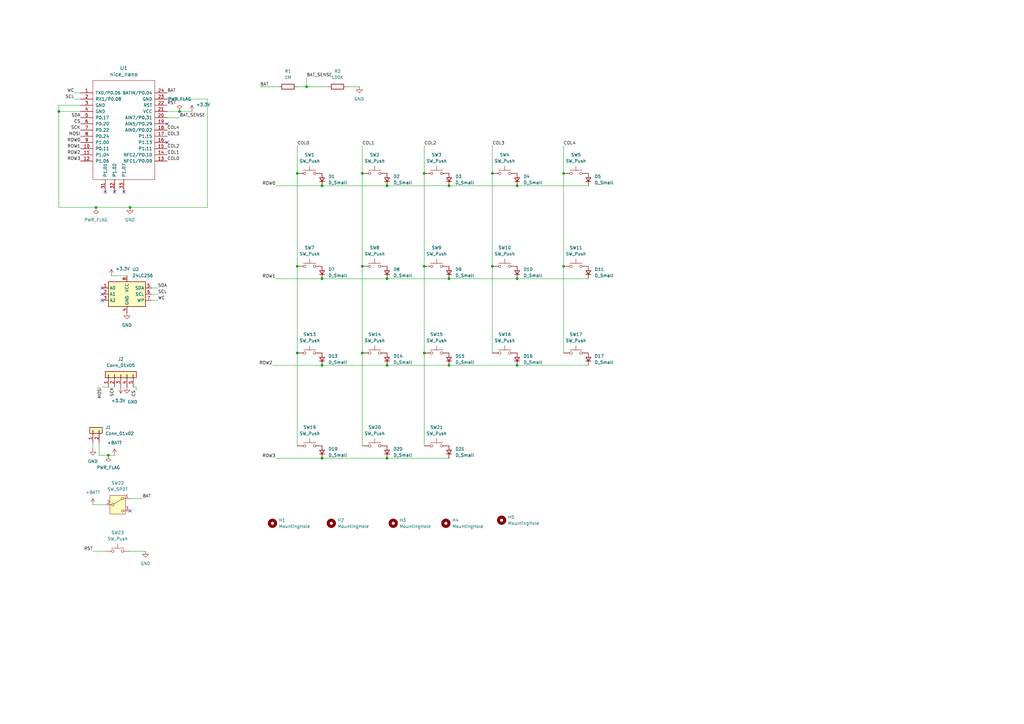
<source format=kicad_sch>
(kicad_sch (version 20231120) (generator "eeschema") (generator_version "8.0")
  (paper "A3")
  (lib_symbols
    (symbol "Connector_Generic:Conn_01x02" (pin_names (offset 1.016) hide)
      (property "Reference" "J" (at 0 2.54 0))
      (property "Value" "Conn_01x02" (at 0 -5.08 0))
      (symbol "Conn_01x02_1_1"
        (rectangle (start -1.27 -2.413) (end 0 -2.667) (stroke (width 0.1524)))
        (rectangle (start -1.27 0.127) (end 0 -0.127) (stroke (width 0.1524)))
        (rectangle (start -1.27 1.27) (end 1.27 -3.81) (stroke (width 0.254)) (fill (type background)))
        (pin passive line (at -5.08 0 0) (length 3.81) (name "Pin_1") (number "1"))
        (pin passive line (at -5.08 -2.54 0) (length 3.81) (name "Pin_2") (number "2"))
      )
    )
    (symbol "Connector_Generic:Conn_01x05" (pin_names (offset 1.016) hide)
      (property "Reference" "J" (at 0 7.62 0))
      (property "Value" "Conn_01x05" (at 0 -7.62 0))
      (symbol "Conn_01x05_1_1"
        (rectangle (start -1.27 -4.953) (end 0 -5.207) (stroke (width 0.1524)))
        (rectangle (start -1.27 -2.413) (end 0 -2.667) (stroke (width 0.1524)))
        (rectangle (start -1.27 0.127) (end 0 -0.127) (stroke (width 0.1524)))
        (rectangle (start -1.27 2.667) (end 0 2.413) (stroke (width 0.1524)))
        (rectangle (start -1.27 5.207) (end 0 4.953) (stroke (width 0.1524)))
        (rectangle (start -1.27 6.35) (end 1.27 -6.35) (stroke (width 0.254)) (fill (type background)))
        (pin passive line (at -5.08 5.08 0) (length 3.81) (name "Pin_1") (number "1"))
        (pin passive line (at -5.08 2.54 0) (length 3.81) (name "Pin_2") (number "2"))
        (pin passive line (at -5.08 0 0) (length 3.81) (name "Pin_3") (number "3"))
        (pin passive line (at -5.08 -2.54 0) (length 3.81) (name "Pin_4") (number "4"))
        (pin passive line (at -5.08 -5.08 0) (length 3.81) (name "Pin_5") (number "5"))
      )
    )
    (symbol "Device:D_Small" (pin_numbers hide) (pin_names (offset 0.254) hide)
      (property "Reference" "D" (at -1.27 2.032 0))
      (property "Value" "D_Small" (at -3.81 -2.032 0))
      (symbol "D_Small_0_1"
        (polyline (pts (xy -0.762 -1.016) (xy -0.762 1.016)) (stroke (width 0.254)))
        (polyline (pts (xy -0.762 0) (xy 0.762 0)))
        (polyline (pts (xy 0.762 -1.016) (xy -0.762 0) (xy 0.762 1.016) (xy 0.762 -1.016)) (stroke (width 0.254)))
      )
      (symbol "D_Small_1_1"
        (pin passive line (at -2.54 0 0) (length 1.778) (name "K") (number "1"))
        (pin passive line (at 2.54 0 180) (length 1.778) (name "A") (number "2"))
      )
    )
    (symbol "Device:R" (pin_numbers hide) (pin_names (offset 0))
      (property "Reference" "R" (at 2.032 0 90))
      (property "Value" "R" (at 0 0 90))
      (symbol "R_0_1"
        (rectangle (start -1.016 -2.54) (end 1.016 2.54) (stroke (width 0.254)))
      )
      (symbol "R_1_1"
        (pin passive line (at 0 3.81 270) (length 1.27) (name "~") (number "1"))
        (pin passive line (at 0 -3.81 90) (length 1.27) (name "~") (number "2"))
      )
    )
    (symbol "Mechanical:MountingHole" (pin_names (offset 1.016)) (exclude_from_sim yes) (in_bom no)
      (property "Reference" "H" (at 0 5.08 0))
      (property "Value" "MountingHole" (at 0 3.175 0))
      (symbol "MountingHole_0_1"
        (circle (center 0 0) (radius 1.27) (stroke (width 1.27)))
      )
    )
    (symbol "Memory_EEPROM:24LC256"
      (property "Reference" "U" (at -6.35 6.35 0))
      (property "Value" "24LC256" (at 1.27 6.35 0))
      (symbol "24LC256_1_1"
        (rectangle (start -7.62 5.08) (end 7.62 -5.08) (stroke (width 0.254)) (fill (type background)))
        (pin input line (at -10.16 2.54 0) (length 2.54) (name "A0") (number "1"))
        (pin input line (at -10.16 0 0) (length 2.54) (name "A1") (number "2"))
        (pin input line (at -10.16 -2.54 0) (length 2.54) (name "A2") (number "3"))
        (pin power_in line (at 0 -7.62 90) (length 2.54) (name "GND") (number "4"))
        (pin bidirectional line (at 10.16 2.54 180) (length 2.54) (name "SDA") (number "5"))
        (pin input line (at 10.16 0 180) (length 2.54) (name "SCL") (number "6"))
        (pin input line (at 10.16 -2.54 180) (length 2.54) (name "WP") (number "7"))
        (pin power_in line (at 0 7.62 270) (length 2.54) (name "VCC") (number "8"))
      )
    )
    (symbol "Switch:SW_Push" (pin_numbers hide) (pin_names (offset 1.016) hide)
      (property "Reference" "SW" (at 1.27 2.54 0))
      (property "Value" "SW_Push" (at 0 -1.524 0))
      (symbol "SW_Push_0_1"
        (circle (center -2.032 0) (radius 0.508))
        (polyline (pts (xy 0 1.27) (xy 0 3.048)))
        (polyline (pts (xy 2.54 1.27) (xy -2.54 1.27)))
        (circle (center 2.032 0) (radius 0.508))
        (pin passive line (at -5.08 0 0) (length 2.54) (name "1") (number "1"))
        (pin passive line (at 5.08 0 180) (length 2.54) (name "2") (number "2"))
      )
    )
    (symbol "Switch:SW_SPDT" (pin_names (offset 0) hide)
      (property "Reference" "SW" (at 0 5.08 0))
      (property "Value" "SW_SPDT" (at 0 -5.08 0))
      (symbol "SW_SPDT_0_1"
        (circle (center -2.032 0) (radius 0.4572))
        (polyline (pts (xy -1.651 0.254) (xy 1.651 2.286)))
        (circle (center 2.032 -2.54) (radius 0.4572))
        (circle (center 2.032 2.54) (radius 0.4572))
      )
      (symbol "SW_SPDT_1_1"
        (rectangle (start -3.175 3.81) (end 3.175 -3.81) (fill (type background)))
        (pin passive line (at 5.08 2.54 180) (length 2.54) (name "A") (number "1"))
        (pin passive line (at -5.08 0 0) (length 2.54) (name "B") (number "2"))
        (pin passive line (at 5.08 -2.54 180) (length 2.54) (name "C") (number "3"))
      )
    )
    (symbol "controller:nice_nano" (pin_names (offset 1.016))
      (property "Reference" "U" (at 0 0 0))
      (property "Value" "nice_nano" (at 0 2.54 0))
      (symbol "nice_nano_0_1"
        (rectangle (start -12.7 -21.59) (end 12.7 19.05))
      )
      (symbol "nice_nano_1_1"
        (pin output line (at -17.78 13.97 0) (length 5.08) (name "TX0/P0.06") (number "1"))
        (pin bidirectional line (at -17.78 -8.89 0) (length 5.08) (name "P0.11") (number "10"))
        (pin bidirectional line (at -17.78 -11.43 0) (length 5.08) (name "P1.04") (number "11"))
        (pin bidirectional line (at -17.78 -13.97 0) (length 5.08) (name "P1.06") (number "12"))
        (pin bidirectional line (at 17.78 -13.97 180) (length 5.08) (name "NFC1/P0.09") (number "13"))
        (pin bidirectional line (at 17.78 -11.43 180) (length 5.08) (name "NFC2/P0.10") (number "14"))
        (pin bidirectional line (at 17.78 -8.89 180) (length 5.08) (name "P1.11") (number "15"))
        (pin bidirectional line (at 17.78 -6.35 180) (length 5.08) (name "P1.13") (number "16"))
        (pin input line (at 17.78 -3.81 180) (length 5.08) (name "P1.15") (number "17"))
        (pin input line (at 17.78 -1.27 180) (length 5.08) (name "AIN0/P0.02") (number "18"))
        (pin input line (at 17.78 1.27 180) (length 5.08) (name "AIN5/P0.29") (number "19"))
        (pin bidirectional line (at -17.78 11.43 0) (length 5.08) (name "RX1/P0.08") (number "2"))
        (pin passive line (at 17.78 3.81 180) (length 5.08) (name "AIN7/P0.31") (number "20"))
        (pin passive line (at 17.78 6.35 180) (length 5.08) (name "VCC") (number "21"))
        (pin input line (at 17.78 8.89 180) (length 5.08) (name "RST") (number "22"))
        (pin input line (at 17.78 11.43 180) (length 5.08) (name "GND") (number "23"))
        (pin input line (at 17.78 13.97 180) (length 5.08) (name "BATIN/P0.04") (number "24"))
        (pin input line (at -17.78 8.89 0) (length 5.08) (name "GND") (number "3"))
        (pin input line (at -7.62 -26.67 90) (length 5.08) (name "P1.01") (number "31"))
        (pin input line (at -3.81 -26.67 90) (length 5.08) (name "P1.02") (number "32"))
        (pin input line (at 0 -26.67 90) (length 5.08) (name "P1.07") (number "33"))
        (pin input line (at -17.78 6.35 0) (length 5.08) (name "GND") (number "4"))
        (pin passive line (at -17.78 3.81 0) (length 5.08) (name "P0.17") (number "5"))
        (pin bidirectional line (at -17.78 1.27 0) (length 5.08) (name "P0.20") (number "6"))
        (pin bidirectional line (at -17.78 -1.27 0) (length 5.08) (name "P0.22") (number "7"))
        (pin bidirectional line (at -17.78 -3.81 0) (length 5.08) (name "P0.24") (number "8"))
        (pin bidirectional line (at -17.78 -6.35 0) (length 5.08) (name "P1.00") (number "9"))
      )
    )
    (symbol "power:+3.3V" (power) (pin_numbers hide) (pin_names (offset 0) hide)
      (property "Value" "+3.3V" (at 0 3.556 0))
      (symbol "+3.3V_0_1"
        (polyline (pts (xy -0.762 1.27) (xy 0 2.54)))
        (polyline (pts (xy 0 0) (xy 0 2.54)))
        (polyline (pts (xy 0 2.54) (xy 0.762 1.27)))
      )
      (symbol "+3.3V_1_1"
        (pin power_in line (at 0 0 90) (length 0) (name "~") (number "1"))
      )
    )
    (symbol "power:+BATT" (power) (pin_numbers hide) (pin_names (offset 0) hide)
      (property "Value" "+BATT" (at 0 3.556 0))
      (symbol "+BATT_0_1"
        (polyline (pts (xy -0.762 1.27) (xy 0 2.54)))
        (polyline (pts (xy 0 0) (xy 0 2.54)))
        (polyline (pts (xy 0 2.54) (xy 0.762 1.27)))
      )
      (symbol "+BATT_1_1"
        (pin power_in line (at 0 0 90) (length 0) (name "~") (number "1"))
      )
    )
    (symbol "power:GND" (power) (pin_numbers hide) (pin_names (offset 0) hide)
      (property "Value" "GND" (at 0 -3.81 0))
      (symbol "GND_0_1"
        (polyline (pts (xy 0 0) (xy 0 -1.27) (xy 1.27 -1.27) (xy 0 -2.54) (xy -1.27 -1.27) (xy 0 -1.27)))
      )
      (symbol "GND_1_1"
        (pin power_in line (at 0 0 270) (length 0) (name "~") (number "1"))
      )
    )
    (symbol "power:PWR_FLAG" (power) (pin_numbers hide) (pin_names (offset 0) hide)
      (property "Value" "PWR_FLAG" (at 0 3.81 0))
      (symbol "PWR_FLAG_0_0"
        (pin power_out line (at 0 0 90) (length 0) (name "~") (number "1"))
      )
      (symbol "PWR_FLAG_0_1"
        (polyline (pts (xy 0 0) (xy 0 1.27) (xy -1.016 1.905) (xy 0 2.54) (xy 1.016 1.905) (xy 0 1.27)))
      )
    )
  )
  (junction (at 231.14 71.12))
  (junction (at 148.59 71.12))
  (junction (at 184.15 114.3))
  (junction (at 121.92 144.78))
  (junction (at 173.99 109.22))
  (junction (at 148.59 109.22))
  (junction (at 39.37 85.09))
  (junction (at 53.34 85.09))
  (junction (at 173.99 144.78))
  (junction (at 184.15 76.2))
  (junction (at 132.08 187.96))
  (junction (at 212.09 114.3))
  (junction (at 44.45 186.69))
  (junction (at 132.08 76.2))
  (junction (at 201.93 71.12))
  (junction (at 173.99 71.12))
  (junction (at 132.08 149.86))
  (junction (at 201.93 109.22))
  (junction (at 121.92 71.12))
  (junction (at 158.75 76.2))
  (junction (at 212.09 149.86))
  (junction (at 125.73 35.56))
  (junction (at 212.09 76.2))
  (junction (at 148.59 144.78))
  (junction (at 73.66 45.72))
  (junction (at 158.75 149.86))
  (junction (at 132.08 114.3))
  (junction (at 24.13 45.72))
  (junction (at 231.14 109.22))
  (junction (at 158.75 114.3))
  (junction (at 184.15 149.86))
  (junction (at 158.75 187.96))
  (junction (at 121.92 109.22))
  (no_connect (at 41.91 118.11))
  (no_connect (at 53.34 209.55))
  (no_connect (at 46.99 78.74))
  (no_connect (at 50.8 78.74))
  (no_connect (at 68.58 58.42))
  (no_connect (at 68.58 50.8))
  (no_connect (at 43.18 78.74))
  (no_connect (at 41.91 123.19))
  (no_connect (at 41.91 120.65))
  (wire (pts (xy 148.59 109.22) (xy 148.59 144.78)))
  (wire (pts (xy 121.92 109.22) (xy 121.92 144.78)))
  (wire (pts (xy 173.99 144.78) (xy 173.99 182.88)))
  (wire (pts (xy 38.1 181.61) (xy 38.1 184.15)))
  (wire (pts (xy 125.73 31.75) (xy 125.73 35.56)))
  (wire (pts (xy 68.58 40.64) (xy 85.09 40.64)))
  (wire (pts (xy 184.15 149.86) (xy 212.09 149.86)))
  (wire (pts (xy 30.48 38.1) (xy 33.02 38.1)))
  (wire (pts (xy 231.14 109.22) (xy 231.14 144.78)))
  (wire (pts (xy 231.14 59.69) (xy 231.14 71.12)))
  (wire (pts (xy 55.88 160.02) (xy 55.88 158.75)))
  (wire (pts (xy 58.42 204.47) (xy 53.34 204.47)))
  (wire (pts (xy 121.92 144.78) (xy 121.92 182.88)))
  (wire (pts (xy 85.09 40.64) (xy 85.09 85.09)))
  (wire (pts (xy 158.75 114.3) (xy 184.15 114.3)))
  (wire (pts (xy 24.13 45.72) (xy 24.13 85.09)))
  (wire (pts (xy 24.13 85.09) (xy 39.37 85.09)))
  (wire (pts (xy 212.09 149.86) (xy 241.3 149.86)))
  (wire (pts (xy 39.37 85.09) (xy 53.34 85.09)))
  (wire (pts (xy 201.93 59.69) (xy 201.93 71.12)))
  (wire (pts (xy 184.15 76.2) (xy 212.09 76.2)))
  (wire (pts (xy 38.1 226.06) (xy 43.18 226.06)))
  (wire (pts (xy 132.08 187.96) (xy 158.75 187.96)))
  (wire (pts (xy 212.09 76.2) (xy 241.3 76.2)))
  (wire (pts (xy 113.03 76.2) (xy 132.08 76.2)))
  (wire (pts (xy 173.99 59.69) (xy 173.99 71.12)))
  (wire (pts (xy 64.77 118.11) (xy 62.23 118.11)))
  (wire (pts (xy 44.45 186.69) (xy 46.99 186.69)))
  (wire (pts (xy 113.03 187.96) (xy 132.08 187.96)))
  (wire (pts (xy 132.08 76.2) (xy 158.75 76.2)))
  (wire (pts (xy 64.77 123.19) (xy 62.23 123.19)))
  (wire (pts (xy 53.34 85.09) (xy 85.09 85.09)))
  (wire (pts (xy 40.64 181.61) (xy 40.64 186.69)))
  (wire (pts (xy 55.88 158.75) (xy 54.61 158.75)))
  (wire (pts (xy 212.09 114.3) (xy 241.3 114.3)))
  (wire (pts (xy 148.59 71.12) (xy 148.59 109.22)))
  (wire (pts (xy 121.92 59.69) (xy 121.92 71.12)))
  (wire (pts (xy 68.58 48.26) (xy 73.66 48.26)))
  (wire (pts (xy 158.75 187.96) (xy 184.15 187.96)))
  (wire (pts (xy 64.77 120.65) (xy 62.23 120.65)))
  (wire (pts (xy 125.73 35.56) (xy 134.62 35.56)))
  (wire (pts (xy 184.15 114.3) (xy 212.09 114.3)))
  (wire (pts (xy 132.08 114.3) (xy 158.75 114.3)))
  (wire (pts (xy 24.13 45.72) (xy 33.02 45.72)))
  (wire (pts (xy 173.99 109.22) (xy 173.99 144.78)))
  (wire (pts (xy 201.93 71.12) (xy 201.93 109.22)))
  (wire (pts (xy 121.92 35.56) (xy 125.73 35.56)))
  (wire (pts (xy 111.76 149.86) (xy 132.08 149.86)))
  (wire (pts (xy 30.48 40.64) (xy 33.02 40.64)))
  (wire (pts (xy 142.24 35.56) (xy 147.32 35.56)))
  (wire (pts (xy 73.66 45.72) (xy 78.74 45.72)))
  (wire (pts (xy 45.72 113.03) (xy 52.07 113.03)))
  (wire (pts (xy 148.59 144.78) (xy 148.59 182.88)))
  (wire (pts (xy 173.99 71.12) (xy 173.99 109.22)))
  (wire (pts (xy 158.75 76.2) (xy 184.15 76.2)))
  (wire (pts (xy 41.91 158.75) (xy 44.45 158.75)))
  (wire (pts (xy 53.34 226.06) (xy 59.69 226.06)))
  (wire (pts (xy 38.1 207.01) (xy 43.18 207.01)))
  (wire (pts (xy 121.92 71.12) (xy 121.92 109.22)))
  (wire (pts (xy 113.03 114.3) (xy 132.08 114.3)))
  (wire (pts (xy 201.93 109.22) (xy 201.93 144.78)))
  (wire (pts (xy 132.08 149.86) (xy 158.75 149.86)))
  (wire (pts (xy 68.58 45.72) (xy 73.66 45.72)))
  (wire (pts (xy 24.13 43.18) (xy 33.02 43.18)))
  (wire (pts (xy 40.64 186.69) (xy 44.45 186.69)))
  (wire (pts (xy 106.68 35.56) (xy 114.3 35.56)))
  (wire (pts (xy 231.14 71.12) (xy 231.14 109.22)))
  (wire (pts (xy 24.13 43.18) (xy 24.13 45.72)))
  (wire (pts (xy 158.75 149.86) (xy 184.15 149.86)))
  (wire (pts (xy 148.59 59.69) (xy 148.59 71.12)))
  (label "COL4" (at 68.58 53.34 0))
  (label "BAT_SENSE" (at 125.73 31.75 0))
  (label "COL0" (at 121.92 59.69 0))
  (label "SCL" (at 30.48 40.64 180))
  (label "ROW1" (at 33.02 60.96 180))
  (label "COL0" (at 68.58 66.04 0))
  (label "BAT_SENSE" (at 73.66 48.26 0))
  (label "COL4" (at 231.14 59.69 0))
  (label "CS" (at 33.02 50.8 180))
  (label "ROW3" (at 113.03 187.96 180))
  (label "MOSI" (at 33.02 55.88 180))
  (label "ROW0" (at 33.02 58.42 180))
  (label "COL1" (at 148.59 59.69 0))
  (label "COL3" (at 201.93 59.69 0))
  (label "WC" (at 64.77 123.19 0))
  (label "SCK" (at 46.99 158.75 270))
  (label "CS" (at 55.88 160.02 270))
  (label "COL2" (at 68.58 60.96 0))
  (label "SCK" (at 33.02 53.34 180))
  (label "ROW0" (at 113.03 76.2 180))
  (label "SDA" (at 33.02 48.26 180))
  (label "BAT" (at 68.58 38.1 0))
  (label "ROW2" (at 33.02 63.5 180))
  (label "SDA" (at 64.77 118.11 0))
  (label "BAT" (at 58.42 204.47 0))
  (label "COL1" (at 68.58 63.5 0))
  (label "ROW1" (at 113.03 114.3 180))
  (label "WC" (at 30.48 38.1 180))
  (label "RST" (at 68.58 43.18 0))
  (label "SCL" (at 64.77 120.65 0))
  (label "MOSI" (at 41.91 158.75 270))
  (label "COL3" (at 68.58 55.88 0))
  (label "RST" (at 38.1 226.06 180))
  (label "ROW3" (at 33.02 66.04 180))
  (label "ROW2" (at 111.76 149.86 180))
  (label "BAT" (at 106.68 35.56 0))
  (label "COL2" (at 173.99 59.69 0))
  (symbol (lib_id "Connector_Generic:Conn_01x02") (at 38.1 176.53 90) (unit 1)
    (property "Reference" "J1" (at 43.18 175.2599 90) (effects (justify right)))
    (property "Value" "Conn_01x02" (at 43.18 177.7999 90) (effects (justify right)))
    (property "Footprint" "Connector_JST:JST_PH_S2B-PH-K_1x02_P2.00mm_Horizontal" (effects (hide yes)))
    (property "Description" "Generic connector, single row, 01x02, script generated (kicad-library-utils/schlib/autogen/connector/)" (effects (hide yes)))
  )
  (symbol (lib_id "power:PWR_FLAG") (at 73.66 45.72 0) (unit 1)
    (property "Reference" "#FLG03" (effects (hide yes)))
    (property "Value" "PWR_FLAG" (at 73.66 40.64 0))
    (property "Description" "Special symbol for telling ERC where power comes from" (effects (hide yes)))
  )
  (symbol (lib_id "Switch:SW_SPDT") (at 48.26 207.01 0) (unit 1)
    (property "Reference" "SW22" (at 48.26 198.12 0))
    (property "Value" "SW_SPDT" (at 48.26 200.66 0))
    (property "Footprint" "Button_Switch_SMD:SW_SPDT_PCM12" (effects (hide yes)))
    (property "Description" "Switch, single pole double throw" (effects (hide yes)))
  )
  (symbol (lib_id "Device:D_Small") (at 158.75 73.66 90) (unit 1)
    (property "Reference" "D2" (at 161.29 72.3899 90) (effects (justify right)))
    (property "Value" "D_Small" (at 161.29 74.9299 90) (effects (justify right)))
    (property "Footprint" "Diode_SMD:D_SOD-123" (effects (hide yes)))
    (property "Description" "Diode, small symbol" (effects (hide yes)))
    (property "Sim.Device" "D" (effects (hide yes)))
    (property "Sim.Pins" "1=K 2=A" (effects (hide yes)))
  )
  (symbol (lib_id "Device:D_Small") (at 158.75 111.76 90) (unit 1)
    (property "Reference" "D8" (at 161.29 110.4899 90) (effects (justify right)))
    (property "Value" "D_Small" (at 161.29 113.0299 90) (effects (justify right)))
    (property "Footprint" "Diode_SMD:D_SOD-123" (effects (hide yes)))
    (property "Description" "Diode, small symbol" (effects (hide yes)))
    (property "Sim.Device" "D" (effects (hide yes)))
    (property "Sim.Pins" "1=K 2=A" (effects (hide yes)))
  )
  (symbol (lib_id "Device:D_Small") (at 184.15 147.32 90) (unit 1)
    (property "Reference" "D15" (at 186.69 146.0499 90) (effects (justify right)))
    (property "Value" "D_Small" (at 186.69 148.5899 90) (effects (justify right)))
    (property "Footprint" "Diode_SMD:D_SOD-123" (effects (hide yes)))
    (property "Description" "Diode, small symbol" (effects (hide yes)))
    (property "Sim.Device" "D" (effects (hide yes)))
    (property "Sim.Pins" "1=K 2=A" (effects (hide yes)))
  )
  (symbol (lib_id "Device:D_Small") (at 132.08 73.66 90) (unit 1)
    (property "Reference" "D1" (at 134.62 72.3899 90) (effects (justify right)))
    (property "Value" "D_Small" (at 134.62 74.9299 90) (effects (justify right)))
    (property "Footprint" "Diode_SMD:D_SOD-123" (effects (hide yes)))
    (property "Description" "Diode, small symbol" (effects (hide yes)))
    (property "Sim.Device" "D" (effects (hide yes)))
    (property "Sim.Pins" "1=K 2=A" (effects (hide yes)))
  )
  (symbol (lib_id "Switch:SW_Push") (at 236.22 144.78 0) (unit 1)
    (property "Reference" "SW17" (at 236.22 137.16 0))
    (property "Value" "SW_Push" (at 236.22 139.7 0))
    (property "Footprint" "PCM_Switch_Keyboard_Hotswap_Kailh:SW_Hotswap_Kailh_Choc_V1V2_1.1" (effects (hide yes)))
    (property "Description" "Push button switch, generic, two pins" (effects (hide yes)))
  )
  (symbol (lib_id "Device:D_Small") (at 241.3 73.66 90) (unit 1)
    (property "Reference" "D5" (at 243.84 72.3899 90) (effects (justify right)))
    (property "Value" "D_Small" (at 243.84 74.9299 90) (effects (justify right)))
    (property "Footprint" "Diode_SMD:D_SOD-123" (effects (hide yes)))
    (property "Description" "Diode, small symbol" (effects (hide yes)))
    (property "Sim.Device" "D" (effects (hide yes)))
    (property "Sim.Pins" "1=K 2=A" (effects (hide yes)))
  )
  (symbol (lib_id "Device:D_Small") (at 132.08 147.32 90) (unit 1)
    (property "Reference" "D13" (at 134.62 146.0499 90) (effects (justify right)))
    (property "Value" "D_Small" (at 134.62 148.5899 90) (effects (justify right)))
    (property "Footprint" "Diode_SMD:D_SOD-123" (effects (hide yes)))
    (property "Description" "Diode, small symbol" (effects (hide yes)))
    (property "Sim.Device" "D" (effects (hide yes)))
    (property "Sim.Pins" "1=K 2=A" (effects (hide yes)))
  )
  (symbol (lib_id "Switch:SW_Push") (at 153.67 144.78 0) (unit 1)
    (property "Reference" "SW14" (at 153.67 137.16 0))
    (property "Value" "SW_Push" (at 153.67 139.7 0))
    (property "Footprint" "PCM_Switch_Keyboard_Hotswap_Kailh:SW_Hotswap_Kailh_Choc_V1V2_1.1" (effects (hide yes)))
    (property "Description" "Push button switch, generic, two pins" (effects (hide yes)))
  )
  (symbol (lib_id "power:+3.3V") (at 78.74 45.72 0) (unit 1)
    (property "Reference" "#PWR03" (effects (hide yes)))
    (property "Value" "+3.3V" (at 83.312 42.926 0))
    (property "Description" "Power symbol creates a global label with name \"+3.3V\"" (effects (hide yes)))
  )
  (symbol (lib_id "Switch:SW_Push") (at 236.22 109.22 0) (unit 1)
    (property "Reference" "SW11" (at 236.22 101.6 0))
    (property "Value" "SW_Push" (at 236.22 104.14 0))
    (property "Footprint" "PCM_Switch_Keyboard_Hotswap_Kailh:SW_Hotswap_Kailh_Choc_V1V2_1.1" (effects (hide yes)))
    (property "Description" "Push button switch, generic, two pins" (effects (hide yes)))
  )
  (symbol (lib_id "Mechanical:MountingHole") (at 182.88 214.63 0) (unit 1) (exclude_from_sim yes) (in_bom no)
    (property "Reference" "H4" (at 185.42 213.3599 0) (effects (justify left)))
    (property "Value" "MountingHole" (at 185.42 215.8999 0) (effects (justify left)))
    (property "Footprint" "MountingHole:MountingHole_2.2mm_M2" (effects (hide yes)))
    (property "Description" "Mounting Hole without connection" (effects (hide yes)))
  )
  (symbol (lib_id "Device:R") (at 118.11 35.56 90) (unit 1)
    (property "Reference" "R1" (at 118.11 29.21 90))
    (property "Value" "1M" (at 118.11 31.75 90))
    (property "Footprint" "Resistor_SMD:R_0603_1608Metric_Pad0.98x0.95mm_HandSolder" (effects (hide yes)))
    (property "Description" "Resistor" (effects (hide yes)))
  )
  (symbol (lib_id "Mechanical:MountingHole") (at 205.74 213.36 0) (unit 1) (exclude_from_sim yes) (in_bom no)
    (property "Reference" "H5" (at 208.28 212.0899 0) (effects (justify left)))
    (property "Value" "MountingHole" (at 208.28 214.6299 0) (effects (justify left)))
    (property "Footprint" "MountingHole:MountingHole_2.2mm_M2" (effects (hide yes)))
    (property "Description" "Mounting Hole without connection" (effects (hide yes)))
  )
  (symbol (lib_id "Switch:SW_Push") (at 127 144.78 0) (unit 1)
    (property "Reference" "SW13" (at 127 137.16 0))
    (property "Value" "SW_Push" (at 127 139.7 0))
    (property "Footprint" "PCM_Switch_Keyboard_Hotswap_Kailh:SW_Hotswap_Kailh_Choc_V1V2_1.1" (effects (hide yes)))
    (property "Description" "Push button switch, generic, two pins" (effects (hide yes)))
  )
  (symbol (lib_id "Switch:SW_Push") (at 127 109.22 0) (unit 1)
    (property "Reference" "SW7" (at 127 101.6 0))
    (property "Value" "SW_Push" (at 127 104.14 0))
    (property "Footprint" "PCM_Switch_Keyboard_Hotswap_Kailh:SW_Hotswap_Kailh_Choc_V1V2_1.1" (effects (hide yes)))
    (property "Description" "Push button switch, generic, two pins" (effects (hide yes)))
  )
  (symbol (lib_id "power:GND") (at 52.07 158.75 0) (unit 1)
    (property "Reference" "#PWR013" (effects (hide yes)))
    (property "Value" "GND" (at 54.356 164.846 0))
    (property "Description" "Power symbol creates a global label with name \"GND\" , ground" (effects (hide yes)))
  )
  (symbol (lib_id "Device:D_Small") (at 132.08 111.76 90) (unit 1)
    (property "Reference" "D7" (at 134.62 110.4899 90) (effects (justify right)))
    (property "Value" "D_Small" (at 134.62 113.0299 90) (effects (justify right)))
    (property "Footprint" "Diode_SMD:D_SOD-123" (effects (hide yes)))
    (property "Description" "Diode, small symbol" (effects (hide yes)))
    (property "Sim.Device" "D" (effects (hide yes)))
    (property "Sim.Pins" "1=K 2=A" (effects (hide yes)))
  )
  (symbol (lib_id "Device:D_Small") (at 158.75 147.32 90) (unit 1)
    (property "Reference" "D14" (at 161.29 146.0499 90) (effects (justify right)))
    (property "Value" "D_Small" (at 161.29 148.5899 90) (effects (justify right)))
    (property "Footprint" "Diode_SMD:D_SOD-123" (effects (hide yes)))
    (property "Description" "Diode, small symbol" (effects (hide yes)))
    (property "Sim.Device" "D" (effects (hide yes)))
    (property "Sim.Pins" "1=K 2=A" (effects (hide yes)))
  )
  (symbol (lib_id "Switch:SW_Push") (at 153.67 109.22 0) (unit 1)
    (property "Reference" "SW8" (at 153.67 101.6 0))
    (property "Value" "SW_Push" (at 153.67 104.14 0))
    (property "Footprint" "PCM_Switch_Keyboard_Hotswap_Kailh:SW_Hotswap_Kailh_Choc_V1V2_1.1" (effects (hide yes)))
    (property "Description" "Push button switch, generic, two pins" (effects (hide yes)))
  )
  (symbol (lib_id "power:GND") (at 59.69 226.06 0) (unit 1)
    (property "Reference" "#PWR011" (effects (hide yes)))
    (property "Value" "GND" (at 59.69 231.14 0))
    (property "Description" "Power symbol creates a global label with name \"GND\" , ground" (effects (hide yes)))
  )
  (symbol (lib_id "Switch:SW_Push") (at 48.26 226.06 0) (unit 1)
    (property "Reference" "SW23" (at 48.26 218.44 0))
    (property "Value" "SW_Push" (at 48.26 220.98 0))
    (property "Footprint" "Button_Switch_SMD:Panasonic_EVQPUL_EVQPUC" (effects (hide yes)))
    (property "Description" "Push button switch, generic, two pins" (effects (hide yes)))
  )
  (symbol (lib_id "Connector_Generic:Conn_01x05") (at 49.53 153.67 90) (unit 1)
    (property "Reference" "J2" (at 49.53 147.32 90))
    (property "Value" "Conn_01x05" (at 49.53 149.86 90))
    (property "Footprint" "Connector_PinSocket_2.54mm:PinSocket_1x05_P2.54mm_Vertical" (effects (hide yes)))
    (property "Description" "Generic connector, single row, 01x05, script generated (kicad-library-utils/schlib/autogen/connector/)" (effects (hide yes)))
  )
  (symbol (lib_id "Device:D_Small") (at 212.09 73.66 90) (unit 1)
    (property "Reference" "D4" (at 214.63 72.3899 90) (effects (justify right)))
    (property "Value" "D_Small" (at 214.63 74.9299 90) (effects (justify right)))
    (property "Footprint" "Diode_SMD:D_SOD-123" (effects (hide yes)))
    (property "Description" "Diode, small symbol" (effects (hide yes)))
    (property "Sim.Device" "D" (effects (hide yes)))
    (property "Sim.Pins" "1=K 2=A" (effects (hide yes)))
  )
  (symbol (lib_id "Device:D_Small") (at 184.15 73.66 90) (unit 1)
    (property "Reference" "D3" (at 186.69 72.3899 90) (effects (justify right)))
    (property "Value" "D_Small" (at 186.69 74.9299 90) (effects (justify right)))
    (property "Footprint" "Diode_SMD:D_SOD-123" (effects (hide yes)))
    (property "Description" "Diode, small symbol" (effects (hide yes)))
    (property "Sim.Device" "D" (effects (hide yes)))
    (property "Sim.Pins" "1=K 2=A" (effects (hide yes)))
  )
  (symbol (lib_id "power:GND") (at 38.1 184.15 0) (unit 1)
    (property "Reference" "#PWR010" (effects (hide yes)))
    (property "Value" "GND" (at 38.1 189.23 0))
    (property "Description" "Power symbol creates a global label with name \"GND\" , ground" (effects (hide yes)))
  )
  (symbol (lib_id "power:GND") (at 53.34 85.09 0) (unit 1)
    (property "Reference" "#PWR02" (effects (hide yes)))
    (property "Value" "GND" (at 53.34 90.17 0))
    (property "Description" "Power symbol creates a global label with name \"GND\" , ground" (effects (hide yes)))
  )
  (symbol (lib_id "Mechanical:MountingHole") (at 135.89 214.63 0) (unit 1) (exclude_from_sim yes) (in_bom no)
    (property "Reference" "H2" (at 138.43 213.3599 0) (effects (justify left)))
    (property "Value" "MountingHole" (at 138.43 215.8999 0) (effects (justify left)))
    (property "Footprint" "MountingHole:MountingHole_2.2mm_M2" (effects (hide yes)))
    (property "Description" "Mounting Hole without connection" (effects (hide yes)))
  )
  (symbol (lib_id "power:+BATT") (at 46.99 186.69 0) (unit 1)
    (property "Reference" "#PWR09" (effects (hide yes)))
    (property "Value" "+BATT" (at 46.99 181.61 0))
    (property "Description" "Power symbol creates a global label with name \"+BATT\"" (effects (hide yes)))
  )
  (symbol (lib_id "power:GND") (at 52.07 128.27 0) (unit 1)
    (property "Reference" "#PWR05" (effects (hide yes)))
    (property "Value" "GND" (at 52.07 133.35 0))
    (property "Description" "Power symbol creates a global label with name \"GND\" , ground" (effects (hide yes)))
  )
  (symbol (lib_id "Mechanical:MountingHole") (at 111.76 214.63 0) (unit 1) (exclude_from_sim yes) (in_bom no)
    (property "Reference" "H1" (at 114.3 213.3599 0) (effects (justify left)))
    (property "Value" "MountingHole" (at 114.3 215.8999 0) (effects (justify left)))
    (property "Footprint" "MountingHole:MountingHole_2.2mm_M2" (effects (hide yes)))
    (property "Description" "Mounting Hole without connection" (effects (hide yes)))
  )
  (symbol (lib_id "Switch:SW_Push") (at 179.07 71.12 0) (unit 1)
    (property "Reference" "SW3" (at 179.07 63.5 0))
    (property "Value" "SW_Push" (at 179.07 66.04 0))
    (property "Footprint" "PCM_Switch_Keyboard_Hotswap_Kailh:SW_Hotswap_Kailh_Choc_V1V2_1.1" (effects (hide yes)))
    (property "Description" "Push button switch, generic, two pins" (effects (hide yes)))
  )
  (symbol (lib_id "power:PWR_FLAG") (at 39.37 85.09 180) (unit 1)
    (property "Reference" "#FLG04" (effects (hide yes)))
    (property "Value" "PWR_FLAG" (at 39.37 90.17 0))
    (property "Description" "Special symbol for telling ERC where power comes from" (effects (hide yes)))
  )
  (symbol (lib_id "Switch:SW_Push") (at 207.01 144.78 0) (unit 1)
    (property "Reference" "SW16" (at 207.01 137.16 0))
    (property "Value" "SW_Push" (at 207.01 139.7 0))
    (property "Footprint" "PCM_Switch_Keyboard_Hotswap_Kailh:SW_Hotswap_Kailh_Choc_V1V2_1.1" (effects (hide yes)))
    (property "Description" "Push button switch, generic, two pins" (effects (hide yes)))
  )
  (symbol (lib_id "Device:D_Small") (at 241.3 147.32 90) (unit 1)
    (property "Reference" "D17" (at 243.84 146.0499 90) (effects (justify right)))
    (property "Value" "D_Small" (at 243.84 148.5899 90) (effects (justify right)))
    (property "Footprint" "Diode_SMD:D_SOD-123" (effects (hide yes)))
    (property "Description" "Diode, small symbol" (effects (hide yes)))
    (property "Sim.Device" "D" (effects (hide yes)))
    (property "Sim.Pins" "1=K 2=A" (effects (hide yes)))
  )
  (symbol (lib_id "power:GND") (at 147.32 35.56 0) (unit 1)
    (property "Reference" "#PWR04" (effects (hide yes)))
    (property "Value" "GND" (at 147.32 40.64 0))
    (property "Description" "Power symbol creates a global label with name \"GND\" , ground" (effects (hide yes)))
  )
  (symbol (lib_id "Mechanical:MountingHole") (at 161.29 214.63 0) (unit 1) (exclude_from_sim yes) (in_bom no)
    (property "Reference" "H3" (at 163.83 213.3599 0) (effects (justify left)))
    (property "Value" "MountingHole" (at 163.83 215.8999 0) (effects (justify left)))
    (property "Footprint" "MountingHole:MountingHole_2.2mm_M2" (effects (hide yes)))
    (property "Description" "Mounting Hole without connection" (effects (hide yes)))
  )
  (symbol (lib_id "power:+3.3V") (at 49.53 158.75 180) (unit 1)
    (property "Reference" "#PWR07" (effects (hide yes)))
    (property "Value" "+3.3V" (at 48.514 164.338 0))
    (property "Description" "Power symbol creates a global label with name \"+3.3V\"" (effects (hide yes)))
  )
  (symbol (lib_id "Switch:SW_Push") (at 179.07 182.88 0) (unit 1)
    (property "Reference" "SW21" (at 179.07 175.26 0))
    (property "Value" "SW_Push" (at 179.07 177.8 0))
    (property "Footprint" "PCM_Switch_Keyboard_Hotswap_Kailh:SW_Hotswap_Kailh_Choc_V1V2_1.1" (effects (hide yes)))
    (property "Description" "Push button switch, generic, two pins" (effects (hide yes)))
  )
  (symbol (lib_id "power:+BATT") (at 38.1 207.01 0) (unit 1)
    (property "Reference" "#PWR01" (effects (hide yes)))
    (property "Value" "+BATT" (at 38.1 201.93 0))
    (property "Description" "Power symbol creates a global label with name \"+BATT\"" (effects (hide yes)))
  )
  (symbol (lib_id "Device:D_Small") (at 158.75 185.42 90) (unit 1)
    (property "Reference" "D20" (at 161.29 184.1499 90) (effects (justify right)))
    (property "Value" "D_Small" (at 161.29 186.6899 90) (effects (justify right)))
    (property "Footprint" "Diode_SMD:D_SOD-123" (effects (hide yes)))
    (property "Description" "Diode, small symbol" (effects (hide yes)))
    (property "Sim.Device" "D" (effects (hide yes)))
    (property "Sim.Pins" "1=K 2=A" (effects (hide yes)))
  )
  (symbol (lib_id "Switch:SW_Push") (at 127 71.12 0) (unit 1)
    (property "Reference" "SW1" (at 127 63.5 0))
    (property "Value" "SW_Push" (at 127 66.04 0))
    (property "Footprint" "PCM_Switch_Keyboard_Hotswap_Kailh:SW_Hotswap_Kailh_Choc_V1V2_1.1" (effects (hide yes)))
    (property "Description" "Push button switch, generic, two pins" (effects (hide yes)))
  )
  (symbol (lib_id "Switch:SW_Push") (at 236.22 71.12 0) (unit 1)
    (property "Reference" "SW5" (at 236.22 63.5 0))
    (property "Value" "SW_Push" (at 236.22 66.04 0))
    (property "Footprint" "PCM_Switch_Keyboard_Hotswap_Kailh:SW_Hotswap_Kailh_Choc_V1V2_1.1" (effects (hide yes)))
    (property "Description" "Push button switch, generic, two pins" (effects (hide yes)))
  )
  (symbol (lib_id "Device:D_Small") (at 132.08 185.42 90) (unit 1)
    (property "Reference" "D19" (at 134.62 184.1499 90) (effects (justify right)))
    (property "Value" "D_Small" (at 134.62 186.6899 90) (effects (justify right)))
    (property "Footprint" "Diode_SMD:D_SOD-123" (effects (hide yes)))
    (property "Description" "Diode, small symbol" (effects (hide yes)))
    (property "Sim.Device" "D" (effects (hide yes)))
    (property "Sim.Pins" "1=K 2=A" (effects (hide yes)))
  )
  (symbol (lib_id "Switch:SW_Push") (at 179.07 144.78 0) (unit 1)
    (property "Reference" "SW15" (at 179.07 137.16 0))
    (property "Value" "SW_Push" (at 179.07 139.7 0))
    (property "Footprint" "PCM_Switch_Keyboard_Hotswap_Kailh:SW_Hotswap_Kailh_Choc_V1V2_1.1" (effects (hide yes)))
    (property "Description" "Push button switch, generic, two pins" (effects (hide yes)))
  )
  (symbol (lib_id "Switch:SW_Push") (at 207.01 109.22 0) (unit 1)
    (property "Reference" "SW10" (at 207.01 101.6 0))
    (property "Value" "SW_Push" (at 207.01 104.14 0))
    (property "Footprint" "PCM_Switch_Keyboard_Hotswap_Kailh:SW_Hotswap_Kailh_Choc_V1V2_1.1" (effects (hide yes)))
    (property "Description" "Push button switch, generic, two pins" (effects (hide yes)))
  )
  (symbol (lib_id "Device:D_Small") (at 212.09 147.32 90) (unit 1)
    (property "Reference" "D16" (at 214.63 146.0499 90) (effects (justify right)))
    (property "Value" "D_Small" (at 214.63 148.5899 90) (effects (justify right)))
    (property "Footprint" "Diode_SMD:D_SOD-123" (effects (hide yes)))
    (property "Description" "Diode, small symbol" (effects (hide yes)))
    (property "Sim.Device" "D" (effects (hide yes)))
    (property "Sim.Pins" "1=K 2=A" (effects (hide yes)))
  )
  (symbol (lib_id "power:PWR_FLAG") (at 44.45 186.69 180) (unit 1)
    (property "Reference" "#FLG02" (effects (hide yes)))
    (property "Value" "PWR_FLAG" (at 44.45 191.77 0))
    (property "Description" "Special symbol for telling ERC where power comes from" (effects (hide yes)))
  )
  (symbol (lib_id "Switch:SW_Push") (at 207.01 71.12 0) (unit 1)
    (property "Reference" "SW4" (at 207.01 63.5 0))
    (property "Value" "SW_Push" (at 207.01 66.04 0))
    (property "Footprint" "PCM_Switch_Keyboard_Hotswap_Kailh:SW_Hotswap_Kailh_Choc_V1V2_1.1" (effects (hide yes)))
    (property "Description" "Push button switch, generic, two pins" (effects (hide yes)))
  )
  (symbol (lib_id "Memory_EEPROM:24LC256") (at 52.07 120.65 0) (unit 1)
    (property "Reference" "U2" (at 54.2641 110.49 0) (effects (justify left)))
    (property "Value" "24LC256" (at 54.2641 113.03 0) (effects (justify left)))
    (property "Footprint" "Package_SO:TSSOP-8_4.4x3mm_P0.65mm" (effects (hide yes)))
    (property "Datasheet" "http://ww1.microchip.com/downloads/en/devicedoc/21203m.pdf" (effects (hide yes)))
    (property "Description" "I2C Serial EEPROM, 256Kb, DIP-8/SOIC-8/TSSOP-8/DFN-8" (effects (hide yes)))
  )
  (symbol (lib_id "Device:D_Small") (at 184.15 185.42 90) (unit 1)
    (property "Reference" "D21" (at 186.69 184.1499 90) (effects (justify right)))
    (property "Value" "D_Small" (at 186.69 186.6899 90) (effects (justify right)))
    (property "Footprint" "Diode_SMD:D_SOD-123" (effects (hide yes)))
    (property "Description" "Diode, small symbol" (effects (hide yes)))
    (property "Sim.Device" "D" (effects (hide yes)))
    (property "Sim.Pins" "1=K 2=A" (effects (hide yes)))
  )
  (symbol (lib_id "power:+3.3V") (at 45.72 113.03 0) (unit 1)
    (property "Reference" "#PWR06" (effects (hide yes)))
    (property "Value" "+3.3V" (at 50.292 110.236 0))
    (property "Description" "Power symbol creates a global label with name \"+3.3V\"" (effects (hide yes)))
  )
  (symbol (lib_id "Switch:SW_Push") (at 179.07 109.22 0) (unit 1)
    (property "Reference" "SW9" (at 179.07 101.6 0))
    (property "Value" "SW_Push" (at 179.07 104.14 0))
    (property "Footprint" "PCM_Switch_Keyboard_Hotswap_Kailh:SW_Hotswap_Kailh_Choc_V1V2_1.1" (effects (hide yes)))
    (property "Description" "Push button switch, generic, two pins" (effects (hide yes)))
  )
  (symbol (lib_id "Device:R") (at 138.43 35.56 90) (unit 1)
    (property "Reference" "R2" (at 138.43 29.21 90))
    (property "Value" "100K" (at 138.43 31.75 90))
    (property "Footprint" "Resistor_SMD:R_0603_1608Metric_Pad0.98x0.95mm_HandSolder" (effects (hide yes)))
    (property "Description" "Resistor" (effects (hide yes)))
  )
  (symbol (lib_id "Device:D_Small") (at 184.15 111.76 90) (unit 1)
    (property "Reference" "D9" (at 186.69 110.4899 90) (effects (justify right)))
    (property "Value" "D_Small" (at 186.69 113.0299 90) (effects (justify right)))
    (property "Footprint" "Diode_SMD:D_SOD-123" (effects (hide yes)))
    (property "Description" "Diode, small symbol" (effects (hide yes)))
    (property "Sim.Device" "D" (effects (hide yes)))
    (property "Sim.Pins" "1=K 2=A" (effects (hide yes)))
  )
  (symbol (lib_id "Device:D_Small") (at 212.09 111.76 90) (unit 1)
    (property "Reference" "D10" (at 214.63 110.4899 90) (effects (justify right)))
    (property "Value" "D_Small" (at 214.63 113.0299 90) (effects (justify right)))
    (property "Footprint" "Diode_SMD:D_SOD-123" (effects (hide yes)))
    (property "Description" "Diode, small symbol" (effects (hide yes)))
    (property "Sim.Device" "D" (effects (hide yes)))
    (property "Sim.Pins" "1=K 2=A" (effects (hide yes)))
  )
  (symbol (lib_id "Switch:SW_Push") (at 127 182.88 0) (unit 1)
    (property "Reference" "SW19" (at 127 175.26 0))
    (property "Value" "SW_Push" (at 127 177.8 0))
    (property "Footprint" "PCM_Switch_Keyboard_Hotswap_Kailh:SW_Hotswap_Kailh_Choc_V1V2_1.1" (effects (hide yes)))
    (property "Description" "Push button switch, generic, two pins" (effects (hide yes)))
  )
  (symbol (lib_id "Device:D_Small") (at 241.3 111.76 90) (unit 1)
    (property "Reference" "D11" (at 243.84 110.4899 90) (effects (justify right)))
    (property "Value" "D_Small" (at 243.84 113.0299 90) (effects (justify right)))
    (property "Footprint" "Diode_SMD:D_SOD-123" (effects (hide yes)))
    (property "Description" "Diode, small symbol" (effects (hide yes)))
    (property "Sim.Device" "D" (effects (hide yes)))
    (property "Sim.Pins" "1=K 2=A" (effects (hide yes)))
  )
  (symbol (lib_id "Switch:SW_Push") (at 153.67 182.88 0) (unit 1)
    (property "Reference" "SW20" (at 153.67 175.26 0))
    (property "Value" "SW_Push" (at 153.67 177.8 0))
    (property "Footprint" "PCM_Switch_Keyboard_Hotswap_Kailh:SW_Hotswap_Kailh_Choc_V1V2_1.1" (effects (hide yes)))
    (property "Description" "Push button switch, generic, two pins" (effects (hide yes)))
  )
  (symbol (lib_id "Switch:SW_Push") (at 153.67 71.12 0) (unit 1)
    (property "Reference" "SW2" (at 153.67 63.5 0))
    (property "Value" "SW_Push" (at 153.67 66.04 0))
    (property "Footprint" "PCM_Switch_Keyboard_Hotswap_Kailh:SW_Hotswap_Kailh_Choc_V1V2_1.1" (effects (hide yes)))
    (property "Description" "Push button switch, generic, two pins" (effects (hide yes)))
  )
  (symbol (lib_id "controller:nice_nano") (at 50.8 52.07 0) (unit 1)
    (property "Reference" "U1" (at 50.8 27.94 0) (effects (font (size 1.524 1.524))))
    (property "Value" "nice_nano" (at 50.8 30.48 0) (effects (font (size 1.524 1.524))))
    (property "Footprint" "controller:nice_nano" (effects (hide yes)))
  )
)
</source>
